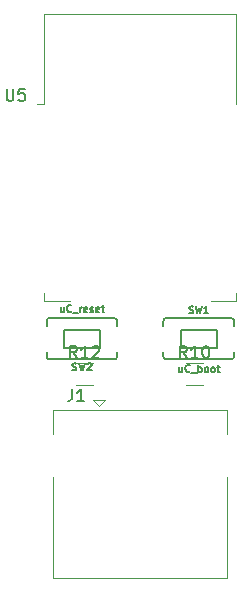
<source format=gbr>
%TF.GenerationSoftware,KiCad,Pcbnew,(6.0.2)*%
%TF.CreationDate,2022-03-14T21:43:21-03:00*%
%TF.ProjectId,9_axis_double,395f6178-6973-45f6-946f-75626c652e6b,rev?*%
%TF.SameCoordinates,Original*%
%TF.FileFunction,Legend,Top*%
%TF.FilePolarity,Positive*%
%FSLAX46Y46*%
G04 Gerber Fmt 4.6, Leading zero omitted, Abs format (unit mm)*
G04 Created by KiCad (PCBNEW (6.0.2)) date 2022-03-14 21:43:21*
%MOMM*%
%LPD*%
G01*
G04 APERTURE LIST*
%ADD10C,0.150000*%
%ADD11C,0.127000*%
%ADD12C,0.120000*%
%ADD13C,0.203200*%
G04 APERTURE END LIST*
D10*
%TO.C,U5*%
X69318095Y-57642380D02*
X69318095Y-58451904D01*
X69365714Y-58547142D01*
X69413333Y-58594761D01*
X69508571Y-58642380D01*
X69699047Y-58642380D01*
X69794285Y-58594761D01*
X69841904Y-58547142D01*
X69889523Y-58451904D01*
X69889523Y-57642380D01*
X70841904Y-57642380D02*
X70365714Y-57642380D01*
X70318095Y-58118571D01*
X70365714Y-58070952D01*
X70460952Y-58023333D01*
X70699047Y-58023333D01*
X70794285Y-58070952D01*
X70841904Y-58118571D01*
X70889523Y-58213809D01*
X70889523Y-58451904D01*
X70841904Y-58547142D01*
X70794285Y-58594761D01*
X70699047Y-58642380D01*
X70460952Y-58642380D01*
X70365714Y-58594761D01*
X70318095Y-58547142D01*
D11*
%TO.C,SW2*%
X74877600Y-81459742D02*
X74964685Y-81488771D01*
X75109828Y-81488771D01*
X75167885Y-81459742D01*
X75196914Y-81430714D01*
X75225942Y-81372657D01*
X75225942Y-81314600D01*
X75196914Y-81256542D01*
X75167885Y-81227514D01*
X75109828Y-81198485D01*
X74993714Y-81169457D01*
X74935657Y-81140428D01*
X74906628Y-81111400D01*
X74877600Y-81053342D01*
X74877600Y-80995285D01*
X74906628Y-80937228D01*
X74935657Y-80908200D01*
X74993714Y-80879171D01*
X75138857Y-80879171D01*
X75225942Y-80908200D01*
X75429142Y-80879171D02*
X75574285Y-81488771D01*
X75690400Y-81053342D01*
X75806514Y-81488771D01*
X75951657Y-80879171D01*
X76154857Y-80937228D02*
X76183885Y-80908200D01*
X76241942Y-80879171D01*
X76387085Y-80879171D01*
X76445142Y-80908200D01*
X76474171Y-80937228D01*
X76503200Y-80995285D01*
X76503200Y-81053342D01*
X76474171Y-81140428D01*
X76125828Y-81488771D01*
X76503200Y-81488771D01*
X74151885Y-76129371D02*
X74151885Y-76535771D01*
X73890628Y-76129371D02*
X73890628Y-76448685D01*
X73919657Y-76506742D01*
X73977714Y-76535771D01*
X74064800Y-76535771D01*
X74122857Y-76506742D01*
X74151885Y-76477714D01*
X74790514Y-76477714D02*
X74761485Y-76506742D01*
X74674400Y-76535771D01*
X74616342Y-76535771D01*
X74529257Y-76506742D01*
X74471200Y-76448685D01*
X74442171Y-76390628D01*
X74413142Y-76274514D01*
X74413142Y-76187428D01*
X74442171Y-76071314D01*
X74471200Y-76013257D01*
X74529257Y-75955200D01*
X74616342Y-75926171D01*
X74674400Y-75926171D01*
X74761485Y-75955200D01*
X74790514Y-75984228D01*
X74906628Y-76593828D02*
X75371085Y-76593828D01*
X75516228Y-76535771D02*
X75516228Y-76129371D01*
X75516228Y-76245485D02*
X75545257Y-76187428D01*
X75574285Y-76158400D01*
X75632342Y-76129371D01*
X75690400Y-76129371D01*
X76125828Y-76506742D02*
X76067771Y-76535771D01*
X75951657Y-76535771D01*
X75893600Y-76506742D01*
X75864571Y-76448685D01*
X75864571Y-76216457D01*
X75893600Y-76158400D01*
X75951657Y-76129371D01*
X76067771Y-76129371D01*
X76125828Y-76158400D01*
X76154857Y-76216457D01*
X76154857Y-76274514D01*
X75864571Y-76332571D01*
X76387085Y-76506742D02*
X76445142Y-76535771D01*
X76561257Y-76535771D01*
X76619314Y-76506742D01*
X76648342Y-76448685D01*
X76648342Y-76419657D01*
X76619314Y-76361600D01*
X76561257Y-76332571D01*
X76474171Y-76332571D01*
X76416114Y-76303542D01*
X76387085Y-76245485D01*
X76387085Y-76216457D01*
X76416114Y-76158400D01*
X76474171Y-76129371D01*
X76561257Y-76129371D01*
X76619314Y-76158400D01*
X77141828Y-76506742D02*
X77083771Y-76535771D01*
X76967657Y-76535771D01*
X76909600Y-76506742D01*
X76880571Y-76448685D01*
X76880571Y-76216457D01*
X76909600Y-76158400D01*
X76967657Y-76129371D01*
X77083771Y-76129371D01*
X77141828Y-76158400D01*
X77170857Y-76216457D01*
X77170857Y-76274514D01*
X76880571Y-76332571D01*
X77345028Y-76129371D02*
X77577257Y-76129371D01*
X77432114Y-75926171D02*
X77432114Y-76448685D01*
X77461142Y-76506742D01*
X77519200Y-76535771D01*
X77577257Y-76535771D01*
%TO.C,SW1*%
X84776800Y-76633742D02*
X84863885Y-76662771D01*
X85009028Y-76662771D01*
X85067085Y-76633742D01*
X85096114Y-76604714D01*
X85125142Y-76546657D01*
X85125142Y-76488600D01*
X85096114Y-76430542D01*
X85067085Y-76401514D01*
X85009028Y-76372485D01*
X84892914Y-76343457D01*
X84834857Y-76314428D01*
X84805828Y-76285400D01*
X84776800Y-76227342D01*
X84776800Y-76169285D01*
X84805828Y-76111228D01*
X84834857Y-76082200D01*
X84892914Y-76053171D01*
X85038057Y-76053171D01*
X85125142Y-76082200D01*
X85328342Y-76053171D02*
X85473485Y-76662771D01*
X85589600Y-76227342D01*
X85705714Y-76662771D01*
X85850857Y-76053171D01*
X86402400Y-76662771D02*
X86054057Y-76662771D01*
X86228228Y-76662771D02*
X86228228Y-76053171D01*
X86170171Y-76140257D01*
X86112114Y-76198314D01*
X86054057Y-76227342D01*
X84181714Y-81209371D02*
X84181714Y-81615771D01*
X83920457Y-81209371D02*
X83920457Y-81528685D01*
X83949485Y-81586742D01*
X84007542Y-81615771D01*
X84094628Y-81615771D01*
X84152685Y-81586742D01*
X84181714Y-81557714D01*
X84820342Y-81557714D02*
X84791314Y-81586742D01*
X84704228Y-81615771D01*
X84646171Y-81615771D01*
X84559085Y-81586742D01*
X84501028Y-81528685D01*
X84472000Y-81470628D01*
X84442971Y-81354514D01*
X84442971Y-81267428D01*
X84472000Y-81151314D01*
X84501028Y-81093257D01*
X84559085Y-81035200D01*
X84646171Y-81006171D01*
X84704228Y-81006171D01*
X84791314Y-81035200D01*
X84820342Y-81064228D01*
X84936457Y-81673828D02*
X85400914Y-81673828D01*
X85546057Y-81615771D02*
X85546057Y-81006171D01*
X85546057Y-81238400D02*
X85604114Y-81209371D01*
X85720228Y-81209371D01*
X85778285Y-81238400D01*
X85807314Y-81267428D01*
X85836342Y-81325485D01*
X85836342Y-81499657D01*
X85807314Y-81557714D01*
X85778285Y-81586742D01*
X85720228Y-81615771D01*
X85604114Y-81615771D01*
X85546057Y-81586742D01*
X86184685Y-81615771D02*
X86126628Y-81586742D01*
X86097600Y-81557714D01*
X86068571Y-81499657D01*
X86068571Y-81325485D01*
X86097600Y-81267428D01*
X86126628Y-81238400D01*
X86184685Y-81209371D01*
X86271771Y-81209371D01*
X86329828Y-81238400D01*
X86358857Y-81267428D01*
X86387885Y-81325485D01*
X86387885Y-81499657D01*
X86358857Y-81557714D01*
X86329828Y-81586742D01*
X86271771Y-81615771D01*
X86184685Y-81615771D01*
X86736228Y-81615771D02*
X86678171Y-81586742D01*
X86649142Y-81557714D01*
X86620114Y-81499657D01*
X86620114Y-81325485D01*
X86649142Y-81267428D01*
X86678171Y-81238400D01*
X86736228Y-81209371D01*
X86823314Y-81209371D01*
X86881371Y-81238400D01*
X86910400Y-81267428D01*
X86939428Y-81325485D01*
X86939428Y-81499657D01*
X86910400Y-81557714D01*
X86881371Y-81586742D01*
X86823314Y-81615771D01*
X86736228Y-81615771D01*
X87113600Y-81209371D02*
X87345828Y-81209371D01*
X87200685Y-81006171D02*
X87200685Y-81528685D01*
X87229714Y-81586742D01*
X87287771Y-81615771D01*
X87345828Y-81615771D01*
D10*
%TO.C,R12*%
X75257142Y-80432380D02*
X74923809Y-79956190D01*
X74685714Y-80432380D02*
X74685714Y-79432380D01*
X75066666Y-79432380D01*
X75161904Y-79480000D01*
X75209523Y-79527619D01*
X75257142Y-79622857D01*
X75257142Y-79765714D01*
X75209523Y-79860952D01*
X75161904Y-79908571D01*
X75066666Y-79956190D01*
X74685714Y-79956190D01*
X76209523Y-80432380D02*
X75638095Y-80432380D01*
X75923809Y-80432380D02*
X75923809Y-79432380D01*
X75828571Y-79575238D01*
X75733333Y-79670476D01*
X75638095Y-79718095D01*
X76590476Y-79527619D02*
X76638095Y-79480000D01*
X76733333Y-79432380D01*
X76971428Y-79432380D01*
X77066666Y-79480000D01*
X77114285Y-79527619D01*
X77161904Y-79622857D01*
X77161904Y-79718095D01*
X77114285Y-79860952D01*
X76542857Y-80432380D01*
X77161904Y-80432380D01*
%TO.C,R10*%
X84557142Y-80432380D02*
X84223809Y-79956190D01*
X83985714Y-80432380D02*
X83985714Y-79432380D01*
X84366666Y-79432380D01*
X84461904Y-79480000D01*
X84509523Y-79527619D01*
X84557142Y-79622857D01*
X84557142Y-79765714D01*
X84509523Y-79860952D01*
X84461904Y-79908571D01*
X84366666Y-79956190D01*
X83985714Y-79956190D01*
X85509523Y-80432380D02*
X84938095Y-80432380D01*
X85223809Y-80432380D02*
X85223809Y-79432380D01*
X85128571Y-79575238D01*
X85033333Y-79670476D01*
X84938095Y-79718095D01*
X86128571Y-79432380D02*
X86223809Y-79432380D01*
X86319047Y-79480000D01*
X86366666Y-79527619D01*
X86414285Y-79622857D01*
X86461904Y-79813333D01*
X86461904Y-80051428D01*
X86414285Y-80241904D01*
X86366666Y-80337142D01*
X86319047Y-80384761D01*
X86223809Y-80432380D01*
X86128571Y-80432380D01*
X86033333Y-80384761D01*
X85985714Y-80337142D01*
X85938095Y-80241904D01*
X85890476Y-80051428D01*
X85890476Y-79813333D01*
X85938095Y-79622857D01*
X85985714Y-79527619D01*
X86033333Y-79480000D01*
X86128571Y-79432380D01*
%TO.C,J1*%
X74856666Y-83074880D02*
X74856666Y-83789166D01*
X74809047Y-83932023D01*
X74713809Y-84027261D01*
X74570952Y-84074880D01*
X74475714Y-84074880D01*
X75856666Y-84074880D02*
X75285238Y-84074880D01*
X75570952Y-84074880D02*
X75570952Y-83074880D01*
X75475714Y-83217738D01*
X75380476Y-83312976D01*
X75285238Y-83360595D01*
D12*
%TO.C,U5*%
X88760000Y-74950000D02*
X88760000Y-75570000D01*
X74640000Y-75570000D02*
X72520000Y-75570000D01*
X72520000Y-58950000D02*
X71910000Y-58950000D01*
X88760000Y-75570000D02*
X86640000Y-75570000D01*
X72520000Y-51330000D02*
X88760000Y-51330000D01*
X72520000Y-58950000D02*
X72520000Y-51330000D01*
X88760000Y-51330000D02*
X88760000Y-58950000D01*
X72520000Y-75570000D02*
X72520000Y-74950000D01*
D13*
%TO.C,SW2*%
X78438680Y-80547520D02*
X72942120Y-80547520D01*
X72942120Y-77052480D02*
X78438680Y-77052480D01*
X78690140Y-77301400D02*
X78690140Y-77700180D01*
X78690140Y-79899820D02*
X78690140Y-80298600D01*
X72690660Y-79899820D02*
X72690660Y-80298600D01*
X72690660Y-77301400D02*
X72690660Y-77700180D01*
X77189000Y-79549300D02*
X74191800Y-79549300D01*
X74191800Y-78050700D02*
X77189000Y-78050700D01*
X77189000Y-78050700D02*
X77189000Y-79549300D01*
X74191800Y-78050700D02*
X74191800Y-79549300D01*
X78438680Y-80550060D02*
G75*
G03*
X78690140Y-80298600I0J251460D01*
G01*
X72693200Y-80298600D02*
G75*
G03*
X72942120Y-80547520I248920J0D01*
G01*
X72942120Y-77049940D02*
G75*
G03*
X72690660Y-77301400I0J-251460D01*
G01*
X78687600Y-77301400D02*
G75*
G03*
X78438680Y-77052480I-248920J0D01*
G01*
%TO.C,SW1*%
X82841320Y-77052480D02*
X88337880Y-77052480D01*
X88337880Y-80547520D02*
X82841320Y-80547520D01*
X82589860Y-80298600D02*
X82589860Y-79899820D01*
X82589860Y-77700180D02*
X82589860Y-77301400D01*
X88589340Y-77700180D02*
X88589340Y-77301400D01*
X88589340Y-80298600D02*
X88589340Y-79899820D01*
X84091000Y-78050700D02*
X87088200Y-78050700D01*
X87088200Y-79549300D02*
X84091000Y-79549300D01*
X84091000Y-79549300D02*
X84091000Y-78050700D01*
X87088200Y-79549300D02*
X87088200Y-78050700D01*
X82841320Y-77049940D02*
G75*
G03*
X82589860Y-77301400I0J-251460D01*
G01*
X88586800Y-77301400D02*
G75*
G03*
X88337880Y-77052480I-248920J0D01*
G01*
X88337880Y-80550060D02*
G75*
G03*
X88589340Y-80298600I0J251460D01*
G01*
X82592400Y-80298600D02*
G75*
G03*
X82841320Y-80547520I248920J0D01*
G01*
D12*
%TO.C,R12*%
X75172936Y-82710000D02*
X76627064Y-82710000D01*
X75172936Y-80890000D02*
X76627064Y-80890000D01*
%TO.C,R10*%
X84472936Y-82710000D02*
X85927064Y-82710000D01*
X84472936Y-80890000D02*
X85927064Y-80890000D01*
%TO.C,J1*%
X88000000Y-90532500D02*
X88000000Y-99072500D01*
X88000000Y-86832500D02*
X88000000Y-84852500D01*
X77640000Y-83972500D02*
X76640000Y-83972500D01*
X73280000Y-84852500D02*
X73280000Y-86832500D01*
X76640000Y-83972500D02*
X77140000Y-84472500D01*
X73280000Y-99072500D02*
X88000000Y-99072500D01*
X77140000Y-84472500D02*
X77640000Y-83972500D01*
X73280000Y-84852500D02*
X88000000Y-84852500D01*
X73280000Y-90532500D02*
X73280000Y-99072500D01*
%TD*%
M02*

</source>
